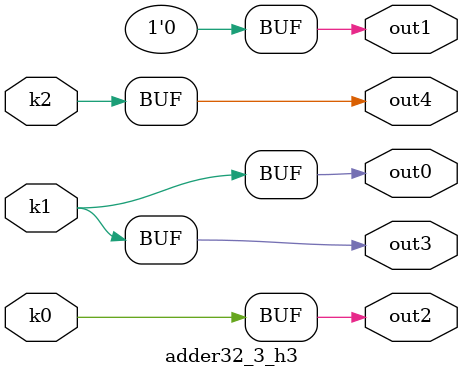
<source format=v>
module adder32_3(pi0, pi1, pi2, pi3, pi4, pi5, pi6, pi7, pi8, po0, po1, po2, po3, po4);
input pi0, pi1, pi2, pi3, pi4, pi5, pi6, pi7, pi8;
output po0, po1, po2, po3, po4;
wire k0, k1, k2;
adder32_3_w3 DUT1 (pi0, pi1, pi2, pi3, pi4, pi5, pi6, pi7, pi8, k0, k1, k2);
adder32_3_h3 DUT2 (k0, k1, k2, po0, po1, po2, po3, po4);
endmodule

module adder32_3_w3(in8, in7, in6, in5, in4, in3, in2, in1, in0, k2, k1, k0);
input in8, in7, in6, in5, in4, in3, in2, in1, in0;
output k2, k1, k0;
assign k0 =   ((in6 ^ in2) & ((((in8 & (in4 | ~in0)) | (in4 & ~in0)) & (in7 | in3)) | (in7 & in3))) | (((~in4 & in0) | (~in8 & (~in4 | in0))) & (~in7 | ~in3) & (~in6 ^ in2)) | (~in7 & ~in3 & (~in6 ^ in2));
assign k1 =   ((~in7 ^ in3) & ((in8 & (in4 | ~in0)) | (in4 & ~in0))) | (((~in4 & in0) | (~in8 & (~in4 | in0))) & (in7 ^ in3));
assign k2 =   in8 ? (~in4 ^ in0) : (in4 ^ in0);
endmodule

module adder32_3_h3(k2, k1, k0, out4, out3, out2, out1, out0);
input k2, k1, k0;
output out4, out3, out2, out1, out0;
assign out0 = k1;
assign out1 = 0;
assign out2 = k0;
assign out3 = k1;
assign out4 = k2;
endmodule

</source>
